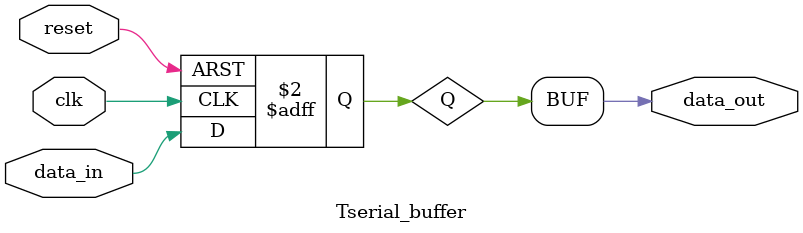
<source format=v>


module Tserial_buffer (clk, reset, data_in, data_out);
	input 	clk, reset, data_in;
	output 	data_out; 

	reg Q;
	
	assign data_out = Q; 

	always @(posedge clk or posedge reset) begin
		if (reset) begin
			Q <= 1'b1;			
		end
		else begin
			Q <= data_in;
		end
	end

endmodule 
</source>
